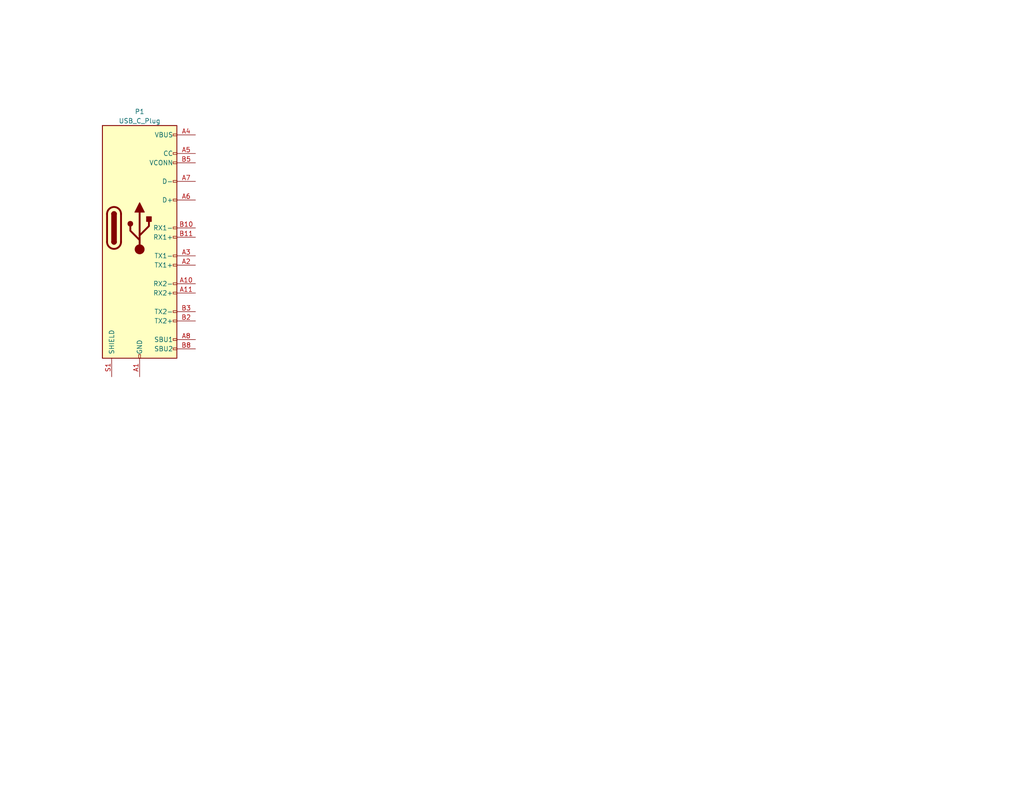
<source format=kicad_sch>
(kicad_sch (version 20230121) (generator eeschema)
  (paper "A")
  (title_block (title "USB Hub") (date "2023-04-13") (rev "1") (company "OpenStickCommunity"))
  (lib_symbols
    (symbol "Connector:USB_C_Plug" (pin_names (offset 1.016))
      (property "Reference" "P" (at -10.16 29.21 0))
      (property "Value" "USB_C_Plug" (at 10.16 29.21 0))
      (symbol "USB_C_Plug_0_0"
        (rectangle (start -0.254 -35.56) (end 0.254 -34.544))
        (rectangle (start 10.16 -32.766) (end 9.144 -33.274))
        (rectangle (start 10.16 -30.226) (end 9.144 -30.734))
        (rectangle (start 10.16 -25.146) (end 9.144 -25.654))
        (rectangle (start 10.16 -22.606) (end 9.144 -23.114))
        (rectangle (start 10.16 -17.526) (end 9.144 -18.034))
        (rectangle (start 10.16 -14.986) (end 9.144 -15.494))
        (rectangle (start 10.16 -9.906) (end 9.144 -10.414))
        (rectangle (start 10.16 -7.366) (end 9.144 -7.874))
        (rectangle (start 10.16 -2.286) (end 9.144 -2.794))
        (rectangle (start 10.16 0.254) (end 9.144 -0.254))
        (rectangle (start 10.16 7.874) (end 9.144 7.366))
        (rectangle (start 10.16 12.954) (end 9.144 12.446))
        (rectangle (start 10.16 18.034) (end 9.144 17.526))
        (rectangle (start 10.16 20.574) (end 9.144 20.066))
        (rectangle (start 10.16 25.654) (end 9.144 25.146))
      )
      (symbol "USB_C_Plug_0_1"
        (rectangle (start -10.16 27.94) (end 10.16 -35.56) (stroke (width 0.254)) (fill (type background)))
        (arc (start -8.89 -3.81) (mid -6.985 -5.7067) (end -5.08 -3.81) (stroke (width 0.508)))
        (arc (start -7.62 -3.81) (mid -6.985 -4.4423) (end -6.35 -3.81) (stroke (width 0.254)))
        (arc (start -7.62 -3.81) (mid -6.985 -4.4423) (end -6.35 -3.81) (stroke (width 0.254)) (fill (type outline)))
        (rectangle (start -7.62 -3.81) (end -6.35 3.81) (stroke (width 0.254)) (fill (type outline)))
        (arc (start -6.35 3.81) (mid -6.985 4.4423) (end -7.62 3.81) (stroke (width 0.254)))
        (arc (start -6.35 3.81) (mid -6.985 4.4423) (end -7.62 3.81) (stroke (width 0.254)) (fill (type outline)))
        (arc (start -5.08 3.81) (mid -6.985 5.7067) (end -8.89 3.81) (stroke (width 0.508)))
        (polyline (pts (xy -8.89 -3.81) (xy -8.89 3.81)) (stroke (width 0.508)))
        (polyline (pts (xy -5.08 3.81) (xy -5.08 -3.81)) (stroke (width 0.508)))
      )
      (symbol "USB_C_Plug_1_1"
        (circle (center -2.54 1.143) (radius 0.635) (stroke (width 0.254)) (fill (type outline)))
        (circle (center 0 -5.842) (radius 1.27) (fill (type outline)))
        (polyline (pts (xy 0 -5.842) (xy 0 4.318)) (stroke (width 0.508)))
        (polyline (pts (xy 0 -3.302) (xy -2.54 -0.762) (xy -2.54 0.508)) (stroke (width 0.508)))
        (polyline (pts (xy 0 -2.032) (xy 2.54 0.508) (xy 2.54 1.778)) (stroke (width 0.508)))
        (polyline (pts (xy -1.27 4.318) (xy 0 6.858) (xy 1.27 4.318) (xy -1.27 4.318)) (stroke (width 0.254)) (fill (type outline)))
        (rectangle (start 1.905 1.778) (end 3.175 3.048) (stroke (width 0.254)) (fill (type outline)))
        (pin passive line (at 0 -40.64 90) (length 5.08) (name "GND") (number "A1"))
        (pin bidirectional line (at 15.24 -15.24 180) (length 5.08) (name "RX2-") (number "A10"))
        (pin bidirectional line (at 15.24 -17.78 180) (length 5.08) (name "RX2+") (number "A11"))
        (pin passive line (at 0 -40.64 90) (length 5.08) hide (name "GND") (number "A12"))
        (pin bidirectional line (at 15.24 -10.16 180) (length 5.08) (name "TX1+") (number "A2"))
        (pin bidirectional line (at 15.24 -7.62 180) (length 5.08) (name "TX1-") (number "A3"))
        (pin passive line (at 15.24 25.4 180) (length 5.08) (name "VBUS") (number "A4"))
        (pin bidirectional line (at 15.24 20.32 180) (length 5.08) (name "CC") (number "A5"))
        (pin bidirectional line (at 15.24 7.62 180) (length 5.08) (name "D+") (number "A6"))
        (pin bidirectional line (at 15.24 12.7 180) (length 5.08) (name "D-") (number "A7"))
        (pin bidirectional line (at 15.24 -30.48 180) (length 5.08) (name "SBU1") (number "A8"))
        (pin passive line (at 15.24 25.4 180) (length 5.08) hide (name "VBUS") (number "A9"))
        (pin passive line (at 0 -40.64 90) (length 5.08) hide (name "GND") (number "B1"))
        (pin bidirectional line (at 15.24 0 180) (length 5.08) (name "RX1-") (number "B10"))
        (pin bidirectional line (at 15.24 -2.54 180) (length 5.08) (name "RX1+") (number "B11"))
        (pin passive line (at 0 -40.64 90) (length 5.08) hide (name "GND") (number "B12"))
        (pin bidirectional line (at 15.24 -25.4 180) (length 5.08) (name "TX2+") (number "B2"))
        (pin bidirectional line (at 15.24 -22.86 180) (length 5.08) (name "TX2-") (number "B3"))
        (pin passive line (at 15.24 25.4 180) (length 5.08) hide (name "VBUS") (number "B4"))
        (pin bidirectional line (at 15.24 17.78 180) (length 5.08) (name "VCONN") (number "B5"))
        (pin bidirectional line (at 15.24 -33.02 180) (length 5.08) (name "SBU2") (number "B8"))
        (pin passive line (at 15.24 25.4 180) (length 5.08) hide (name "VBUS") (number "B9"))
        (pin passive line (at -7.62 -40.64 90) (length 5.08) (name "SHIELD") (number "S1"))
      )
    )
  )
  (symbol (lib_id "Connector:USB_C_Plug") (at 38.1 62.23 0) (unit 1)
    (property "Reference" "P1" (at 38.1 30.48 0))
    (property "Value" "USB_C_Plug" (at 38.1 33.02 0))
    (property "Footprint" "Connector_USB:USB_C_Plug_Molex_105444" (effects hide))
    (property "Datasheet" "https://www.usb.org/sites/default/files/documents/usb_type-c.zip" (effects hide))
  )
)
</source>
